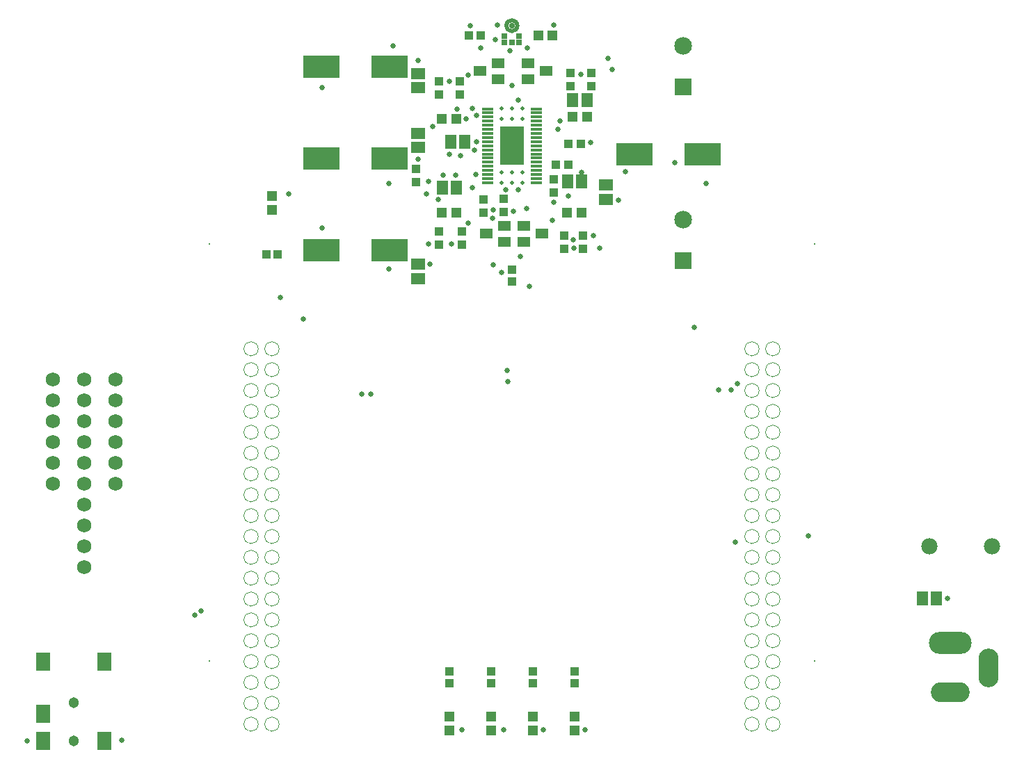
<source format=gts>
G04*
G04 #@! TF.GenerationSoftware,Altium Limited,Altium Designer,20.2.4 (192)*
G04*
G04 Layer_Color=8388736*
%FSLAX25Y25*%
%MOIN*%
G70*
G04*
G04 #@! TF.SameCoordinates,B3AF9CCF-9D14-4356-84A3-7319CC5DFEB4*
G04*
G04*
G04 #@! TF.FilePolarity,Negative*
G04*
G01*
G75*
%ADD20R,0.05512X0.01181*%
%ADD32C,0.01968*%
%ADD33C,0.00000*%
%ADD34R,0.04461X0.04225*%
%ADD35R,0.04700X0.05100*%
%ADD36R,0.05367X0.06587*%
%ADD37R,0.06587X0.05367*%
%ADD38R,0.04225X0.04461*%
%ADD39R,0.04737X0.05131*%
%ADD40R,0.06312X0.04737*%
%ADD41R,0.05131X0.04737*%
%ADD42R,0.03162X0.02855*%
%ADD43R,0.17729X0.10642*%
%ADD44R,0.04343X0.03950*%
%ADD45R,0.03950X0.04343*%
%ADD46R,0.07099X0.08674*%
%ADD47C,0.00800*%
%ADD48C,0.00769*%
%ADD49C,0.01968*%
%ADD50C,0.07800*%
%ADD51O,0.09658X0.18517*%
%ADD52O,0.18517X0.09658*%
%ADD53O,0.20485X0.10642*%
%ADD54C,0.02769*%
%ADD55C,0.06800*%
%ADD56C,0.08477*%
%ADD57R,0.08477X0.08477*%
%ADD58C,0.05131*%
%ADD59C,0.02600*%
%ADD60C,0.02650*%
G36*
X239295Y288091D02*
X239291Y288124D01*
Y306285D01*
X239295Y306319D01*
X239304Y306351D01*
X239320Y306381D01*
X239341Y306406D01*
X239368Y306428D01*
X239397Y306444D01*
X239429Y306453D01*
X239463Y306457D01*
X250537D01*
X250571Y306453D01*
X250603Y306444D01*
X250633Y306428D01*
X250658Y306406D01*
X250680Y306381D01*
X250696Y306351D01*
X250705Y306319D01*
X250709Y306285D01*
Y288124D01*
X250705Y288091D01*
X250696Y288058D01*
X250680Y288029D01*
X250658Y288003D01*
X250633Y287982D01*
X250603Y287966D01*
X250571Y287956D01*
X250537Y287953D01*
X239463D01*
X239429Y287956D01*
X239397Y287966D01*
X239368Y287982D01*
X239341Y288003D01*
X239320Y288029D01*
X239304Y288058D01*
X239295Y288091D01*
D02*
G37*
D20*
X256614Y314921D02*
D03*
Y312953D02*
D03*
Y310984D02*
D03*
Y309016D02*
D03*
Y307047D02*
D03*
Y305079D02*
D03*
Y303110D02*
D03*
Y301142D02*
D03*
Y299173D02*
D03*
Y297205D02*
D03*
Y295236D02*
D03*
Y293268D02*
D03*
Y291299D02*
D03*
Y289331D02*
D03*
Y287362D02*
D03*
Y285394D02*
D03*
Y283425D02*
D03*
Y281457D02*
D03*
Y279488D02*
D03*
X233386D02*
D03*
Y281457D02*
D03*
Y283425D02*
D03*
Y285394D02*
D03*
Y287362D02*
D03*
Y289331D02*
D03*
Y291299D02*
D03*
Y293268D02*
D03*
Y295236D02*
D03*
Y297205D02*
D03*
Y299173D02*
D03*
Y301142D02*
D03*
Y303110D02*
D03*
Y305079D02*
D03*
Y307047D02*
D03*
Y309016D02*
D03*
Y310984D02*
D03*
Y312953D02*
D03*
Y314921D02*
D03*
D32*
X247618Y354807D02*
G03*
X247618Y354807I-2618J0D01*
G01*
D33*
X123429Y19800D02*
G03*
X123429Y19800I-3429J0D01*
G01*
X133429D02*
G03*
X133429Y19800I-3429J0D01*
G01*
X123429Y29800D02*
G03*
X123429Y29800I-3429J0D01*
G01*
X133429D02*
G03*
X133429Y29800I-3429J0D01*
G01*
X123429Y39800D02*
G03*
X123429Y39800I-3429J0D01*
G01*
X133429D02*
G03*
X133429Y39800I-3429J0D01*
G01*
X123429Y49800D02*
G03*
X123429Y49800I-3429J0D01*
G01*
X133429D02*
G03*
X133429Y49800I-3429J0D01*
G01*
X123429Y59800D02*
G03*
X123429Y59800I-3429J0D01*
G01*
X133429D02*
G03*
X133429Y59800I-3429J0D01*
G01*
X123429Y69800D02*
G03*
X123429Y69800I-3429J0D01*
G01*
X133429D02*
G03*
X133429Y69800I-3429J0D01*
G01*
X123429Y79800D02*
G03*
X123429Y79800I-3429J0D01*
G01*
X133429D02*
G03*
X133429Y79800I-3429J0D01*
G01*
X123429Y89800D02*
G03*
X123429Y89800I-3429J0D01*
G01*
X133429D02*
G03*
X133429Y89800I-3429J0D01*
G01*
X123429Y99800D02*
G03*
X123429Y99800I-3429J0D01*
G01*
X133429D02*
G03*
X133429Y99800I-3429J0D01*
G01*
X123429Y109800D02*
G03*
X123429Y109800I-3429J0D01*
G01*
X133429D02*
G03*
X133429Y109800I-3429J0D01*
G01*
X123429Y119800D02*
G03*
X123429Y119800I-3429J0D01*
G01*
X133429D02*
G03*
X133429Y119800I-3429J0D01*
G01*
X123429Y129800D02*
G03*
X123429Y129800I-3429J0D01*
G01*
X133429D02*
G03*
X133429Y129800I-3429J0D01*
G01*
X123429Y139800D02*
G03*
X123429Y139800I-3429J0D01*
G01*
X133429D02*
G03*
X133429Y139800I-3429J0D01*
G01*
X123429Y149800D02*
G03*
X123429Y149800I-3429J0D01*
G01*
X133429D02*
G03*
X133429Y149800I-3429J0D01*
G01*
X123429Y159800D02*
G03*
X123429Y159800I-3429J0D01*
G01*
X133429D02*
G03*
X133429Y159800I-3429J0D01*
G01*
X123429Y169800D02*
G03*
X123429Y169800I-3429J0D01*
G01*
X133429D02*
G03*
X133429Y169800I-3429J0D01*
G01*
X123429Y179800D02*
G03*
X123429Y179800I-3429J0D01*
G01*
X133429D02*
G03*
X133429Y179800I-3429J0D01*
G01*
X123429Y189800D02*
G03*
X123429Y189800I-3429J0D01*
G01*
X133429D02*
G03*
X133429Y189800I-3429J0D01*
G01*
X123429Y199800D02*
G03*
X123429Y199800I-3429J0D01*
G01*
X133429D02*
G03*
X133429Y199800I-3429J0D01*
G01*
X363429Y19800D02*
G03*
X363429Y19800I-3429J0D01*
G01*
X373429D02*
G03*
X373429Y19800I-3429J0D01*
G01*
X363429Y29800D02*
G03*
X363429Y29800I-3429J0D01*
G01*
X373429D02*
G03*
X373429Y29800I-3429J0D01*
G01*
X363429Y39800D02*
G03*
X363429Y39800I-3429J0D01*
G01*
X373429D02*
G03*
X373429Y39800I-3429J0D01*
G01*
X363429Y49800D02*
G03*
X363429Y49800I-3429J0D01*
G01*
X373429D02*
G03*
X373429Y49800I-3429J0D01*
G01*
X363429Y59800D02*
G03*
X363429Y59800I-3429J0D01*
G01*
X373429D02*
G03*
X373429Y59800I-3429J0D01*
G01*
X363429Y69800D02*
G03*
X363429Y69800I-3429J0D01*
G01*
X373429D02*
G03*
X373429Y69800I-3429J0D01*
G01*
X363429Y79800D02*
G03*
X363429Y79800I-3429J0D01*
G01*
X373429D02*
G03*
X373429Y79800I-3429J0D01*
G01*
X363429Y89800D02*
G03*
X363429Y89800I-3429J0D01*
G01*
X373429D02*
G03*
X373429Y89800I-3429J0D01*
G01*
X363429Y99800D02*
G03*
X363429Y99800I-3429J0D01*
G01*
X373429D02*
G03*
X373429Y99800I-3429J0D01*
G01*
X363429Y109800D02*
G03*
X363429Y109800I-3429J0D01*
G01*
X373429D02*
G03*
X373429Y109800I-3429J0D01*
G01*
X363429Y119800D02*
G03*
X363429Y119800I-3429J0D01*
G01*
X373429D02*
G03*
X373429Y119800I-3429J0D01*
G01*
X363429Y129800D02*
G03*
X363429Y129800I-3429J0D01*
G01*
X373429D02*
G03*
X373429Y129800I-3429J0D01*
G01*
X363429Y139800D02*
G03*
X363429Y139800I-3429J0D01*
G01*
X373429D02*
G03*
X373429Y139800I-3429J0D01*
G01*
X363429Y149800D02*
G03*
X363429Y149800I-3429J0D01*
G01*
X373429D02*
G03*
X373429Y149800I-3429J0D01*
G01*
X363429Y159800D02*
G03*
X363429Y159800I-3429J0D01*
G01*
X373429D02*
G03*
X373429Y159800I-3429J0D01*
G01*
X363429Y169800D02*
G03*
X363429Y169800I-3429J0D01*
G01*
X373429D02*
G03*
X373429Y169800I-3429J0D01*
G01*
X363429Y179800D02*
G03*
X363429Y179800I-3429J0D01*
G01*
X373429D02*
G03*
X373429Y179800I-3429J0D01*
G01*
X363429Y189800D02*
G03*
X363429Y189800I-3429J0D01*
G01*
X373429D02*
G03*
X373429Y189800I-3429J0D01*
G01*
X363429Y199800D02*
G03*
X363429Y199800I-3429J0D01*
G01*
X373429D02*
G03*
X373429Y199800I-3429J0D01*
G01*
D34*
X231400Y271371D02*
D03*
Y265229D02*
D03*
X240900Y271671D02*
D03*
Y265529D02*
D03*
X265000Y281071D02*
D03*
Y274929D02*
D03*
X273000Y332071D02*
D03*
Y325929D02*
D03*
X283000Y332071D02*
D03*
Y325929D02*
D03*
X279000Y247929D02*
D03*
Y254071D02*
D03*
X270000Y247929D02*
D03*
Y254071D02*
D03*
X221000Y249929D02*
D03*
Y256071D02*
D03*
X210000Y249929D02*
D03*
Y256071D02*
D03*
X199000Y286071D02*
D03*
Y279929D02*
D03*
X220000Y328071D02*
D03*
Y321929D02*
D03*
X210000Y328071D02*
D03*
Y321929D02*
D03*
D35*
X275000Y16750D02*
D03*
Y23450D02*
D03*
X255000Y16750D02*
D03*
Y23450D02*
D03*
X235000Y16750D02*
D03*
Y23450D02*
D03*
X215000Y16750D02*
D03*
Y23450D02*
D03*
X130000Y266550D02*
D03*
Y273250D02*
D03*
D36*
X448445Y80000D02*
D03*
X441555D02*
D03*
X278445Y280000D02*
D03*
X271555D02*
D03*
X274000Y319000D02*
D03*
X280890D02*
D03*
X211555Y277000D02*
D03*
X218445D02*
D03*
X215555Y299000D02*
D03*
X222445D02*
D03*
D37*
X290000Y271555D02*
D03*
Y278445D02*
D03*
X200000Y240445D02*
D03*
Y233555D02*
D03*
Y296355D02*
D03*
Y303245D02*
D03*
Y331890D02*
D03*
Y325000D02*
D03*
D38*
X265929Y288000D02*
D03*
X272071D02*
D03*
X271929Y298000D02*
D03*
X278071D02*
D03*
D39*
X278543Y265000D02*
D03*
X271457D02*
D03*
X274000Y311000D02*
D03*
X281087D02*
D03*
X218543Y265000D02*
D03*
X211457D02*
D03*
X218543Y310000D02*
D03*
X211457D02*
D03*
D40*
X229669Y333000D02*
D03*
X238331Y336740D02*
D03*
Y329260D02*
D03*
X261331Y333000D02*
D03*
X252669Y329260D02*
D03*
Y336740D02*
D03*
X232669Y255000D02*
D03*
X241331Y258740D02*
D03*
Y251260D02*
D03*
X259331Y255000D02*
D03*
X250669Y251260D02*
D03*
Y258740D02*
D03*
D41*
X257653Y350000D02*
D03*
X264347D02*
D03*
D42*
X248543Y346642D02*
D03*
Y349878D02*
D03*
X241457D02*
D03*
Y346642D02*
D03*
X245000D02*
D03*
D43*
X303661Y293000D02*
D03*
X336339D02*
D03*
X153661Y335000D02*
D03*
X186339D02*
D03*
X153661Y247000D02*
D03*
X186339D02*
D03*
X153661Y291000D02*
D03*
X186339D02*
D03*
D44*
X245000Y237756D02*
D03*
Y232245D02*
D03*
X215000Y44999D02*
D03*
Y39488D02*
D03*
X235000Y44999D02*
D03*
Y39488D02*
D03*
X255000Y44999D02*
D03*
Y39488D02*
D03*
X275000Y44999D02*
D03*
Y39488D02*
D03*
D45*
X224488Y350000D02*
D03*
X230000D02*
D03*
X127245Y245000D02*
D03*
X132756D02*
D03*
D46*
X20433Y11890D02*
D03*
Y24882D02*
D03*
Y49685D02*
D03*
X49567Y11890D02*
D03*
Y49685D02*
D03*
D47*
X390000Y250000D02*
D03*
Y50000D02*
D03*
X100000Y250000D02*
D03*
Y50000D02*
D03*
D48*
X250118Y299764D02*
D03*
X239882D02*
D03*
X250118Y304882D02*
D03*
X239882D02*
D03*
Y289528D02*
D03*
X250118D02*
D03*
X239882Y294646D02*
D03*
X250118D02*
D03*
D49*
X245000Y299764D02*
D03*
Y304882D02*
D03*
X239882Y315118D02*
D03*
X245000D02*
D03*
X250118D02*
D03*
X239882Y310000D02*
D03*
X245000D02*
D03*
X250118D02*
D03*
Y284409D02*
D03*
X245000D02*
D03*
X239882D02*
D03*
X250118Y279291D02*
D03*
X245000D02*
D03*
X239882D02*
D03*
X245000Y289528D02*
D03*
Y294646D02*
D03*
D50*
X475000Y105000D02*
D03*
X445000D02*
D03*
D51*
X473504Y46811D02*
D03*
D52*
X455000Y35000D02*
D03*
D53*
Y58622D02*
D03*
D54*
X245000Y354807D02*
D03*
D55*
X55000Y185000D02*
D03*
Y175000D02*
D03*
Y165000D02*
D03*
Y155000D02*
D03*
Y145000D02*
D03*
Y135000D02*
D03*
X40000Y95000D02*
D03*
Y105000D02*
D03*
Y115000D02*
D03*
Y125000D02*
D03*
Y135000D02*
D03*
Y145000D02*
D03*
Y155000D02*
D03*
Y165000D02*
D03*
Y175000D02*
D03*
Y185000D02*
D03*
X25000D02*
D03*
Y175000D02*
D03*
Y165000D02*
D03*
Y155000D02*
D03*
Y145000D02*
D03*
Y135000D02*
D03*
D56*
X327000Y345000D02*
D03*
Y261685D02*
D03*
D57*
Y325315D02*
D03*
Y242000D02*
D03*
D58*
X35000Y11890D02*
D03*
Y30000D02*
D03*
D59*
X293000Y333828D02*
D03*
X12700Y11700D02*
D03*
X338000Y279000D02*
D03*
X186000Y238000D02*
D03*
X224200Y331000D02*
D03*
X205655Y240445D02*
D03*
X453800Y80100D02*
D03*
X282800Y298900D02*
D03*
X274800Y248100D02*
D03*
X274535Y252000D02*
D03*
X205000Y250000D02*
D03*
Y280000D02*
D03*
X296000Y271000D02*
D03*
X265000Y355000D02*
D03*
Y270000D02*
D03*
X216000Y250000D02*
D03*
X230000Y344000D02*
D03*
X277887Y331600D02*
D03*
X200000Y290900D02*
D03*
X186000Y279000D02*
D03*
X58000Y12000D02*
D03*
X215000Y328000D02*
D03*
X188000Y345000D02*
D03*
X200000Y338000D02*
D03*
X138000Y274000D02*
D03*
D60*
X291000Y339000D02*
D03*
X245700Y265713D02*
D03*
X209600Y271500D02*
D03*
X236100Y266405D02*
D03*
X134200Y224400D02*
D03*
X154061Y257939D02*
D03*
X203900Y274225D02*
D03*
X235800Y262300D02*
D03*
X223975Y260000D02*
D03*
X243100Y184200D02*
D03*
X242800Y189500D02*
D03*
X239882Y236518D02*
D03*
X249125Y244056D02*
D03*
X264300Y261300D02*
D03*
X253300Y229900D02*
D03*
X93000Y72000D02*
D03*
X284000Y254000D02*
D03*
X225905Y277000D02*
D03*
X242000Y276000D02*
D03*
X227975Y299217D02*
D03*
X223000Y310000D02*
D03*
X227748Y283452D02*
D03*
X267000Y305000D02*
D03*
X248000Y319000D02*
D03*
X227900Y311800D02*
D03*
X227100Y295133D02*
D03*
X248000Y276000D02*
D03*
X226000Y315000D02*
D03*
X287025Y248000D02*
D03*
X268000Y309000D02*
D03*
X218800Y314800D02*
D03*
X353200Y183200D02*
D03*
X225200Y354800D02*
D03*
X244100Y342800D02*
D03*
X252300Y344000D02*
D03*
X299300Y284800D02*
D03*
X207200Y306300D02*
D03*
X220400Y292500D02*
D03*
X252000Y267000D02*
D03*
X245000Y326000D02*
D03*
X236000Y240000D02*
D03*
X349975Y180025D02*
D03*
X344000Y180000D02*
D03*
X352000Y107000D02*
D03*
X332375Y210000D02*
D03*
X154000Y325000D02*
D03*
X323000Y289000D02*
D03*
X237000Y348000D02*
D03*
X387000Y110000D02*
D03*
X278437Y284437D02*
D03*
X272000Y273000D02*
D03*
X145000Y214000D02*
D03*
X177429Y178000D02*
D03*
X173000D02*
D03*
X96000Y74000D02*
D03*
X280000Y17000D02*
D03*
X260000D02*
D03*
X241000D02*
D03*
X221000D02*
D03*
X238000Y355000D02*
D03*
X215000Y293000D02*
D03*
X212000Y283000D02*
D03*
X218000D02*
D03*
M02*

</source>
